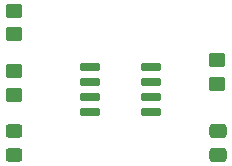
<source format=gbr>
%TF.GenerationSoftware,KiCad,Pcbnew,(6.0.7)*%
%TF.CreationDate,2022-10-10T10:06:43-04:00*%
%TF.ProjectId,proj_6,70726f6a-5f36-42e6-9b69-6361645f7063,rev?*%
%TF.SameCoordinates,Original*%
%TF.FileFunction,Soldermask,Top*%
%TF.FilePolarity,Negative*%
%FSLAX46Y46*%
G04 Gerber Fmt 4.6, Leading zero omitted, Abs format (unit mm)*
G04 Created by KiCad (PCBNEW (6.0.7)) date 2022-10-10 10:06:43*
%MOMM*%
%LPD*%
G01*
G04 APERTURE LIST*
G04 Aperture macros list*
%AMRoundRect*
0 Rectangle with rounded corners*
0 $1 Rounding radius*
0 $2 $3 $4 $5 $6 $7 $8 $9 X,Y pos of 4 corners*
0 Add a 4 corners polygon primitive as box body*
4,1,4,$2,$3,$4,$5,$6,$7,$8,$9,$2,$3,0*
0 Add four circle primitives for the rounded corners*
1,1,$1+$1,$2,$3*
1,1,$1+$1,$4,$5*
1,1,$1+$1,$6,$7*
1,1,$1+$1,$8,$9*
0 Add four rect primitives between the rounded corners*
20,1,$1+$1,$2,$3,$4,$5,0*
20,1,$1+$1,$4,$5,$6,$7,0*
20,1,$1+$1,$6,$7,$8,$9,0*
20,1,$1+$1,$8,$9,$2,$3,0*%
G04 Aperture macros list end*
%ADD10RoundRect,0.250000X0.450000X-0.325000X0.450000X0.325000X-0.450000X0.325000X-0.450000X-0.325000X0*%
%ADD11RoundRect,0.250000X-0.450000X0.350000X-0.450000X-0.350000X0.450000X-0.350000X0.450000X0.350000X0*%
%ADD12RoundRect,0.250000X-0.475000X0.337500X-0.475000X-0.337500X0.475000X-0.337500X0.475000X0.337500X0*%
%ADD13RoundRect,0.150000X-0.725000X-0.150000X0.725000X-0.150000X0.725000X0.150000X-0.725000X0.150000X0*%
G04 APERTURE END LIST*
D10*
%TO.C,D1*%
X136740000Y-85281108D03*
X136740000Y-83231108D03*
%TD*%
D11*
%TO.C,R1*%
X153924000Y-77232000D03*
X153924000Y-79232000D03*
%TD*%
%TO.C,R2*%
X136740000Y-73080108D03*
X136740000Y-75080108D03*
%TD*%
D12*
%TO.C,C1*%
X154012000Y-83218608D03*
X154012000Y-85293608D03*
%TD*%
D11*
%TO.C,R3*%
X136740000Y-78176108D03*
X136740000Y-80176108D03*
%TD*%
D13*
%TO.C,U1*%
X143221000Y-77851000D03*
X143221000Y-79121000D03*
X143221000Y-80391000D03*
X143221000Y-81661000D03*
X148371000Y-81661000D03*
X148371000Y-80391000D03*
X148371000Y-79121000D03*
X148371000Y-77851000D03*
%TD*%
M02*

</source>
